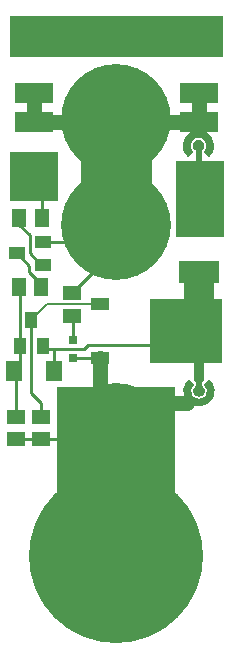
<source format=gbr>
G04 EAGLE Gerber RS-274X export*
G75*
%MOMM*%
%FSLAX34Y34*%
%LPD*%
%INTop Copper*%
%IPPOS*%
%AMOC8*
5,1,8,0,0,1.08239X$1,22.5*%
G01*
%ADD10R,6.200000X5.400000*%
%ADD11R,1.600000X1.000000*%
%ADD12R,1.000000X1.400000*%
%ADD13R,1.400000X1.000000*%
%ADD14R,3.400000X1.900000*%
%ADD15R,3.200000X1.800000*%
%ADD16R,1.300000X1.500000*%
%ADD17R,1.500000X1.300000*%
%ADD18R,0.800000X0.800000*%
%ADD19R,0.508000X1.016000*%
%ADD20R,0.812800X0.406400*%
%ADD21R,1.400000X1.800000*%
%ADD22C,9.300000*%
%ADD23C,14.750000*%
%ADD24C,1.270000*%
%ADD25C,0.406400*%
%ADD26C,0.654800*%
%ADD27C,0.508000*%
%ADD28C,0.254000*%
%ADD29C,0.812800*%
%ADD30C,2.540000*%
%ADD31C,0.203200*%
%ADD32C,1.016000*%

G36*
X130004Y79999D02*
X130004Y79999D01*
X130004Y80000D01*
X130004Y109996D01*
X150000Y109996D01*
X150004Y109999D01*
X150004Y110000D01*
X150004Y223000D01*
X150001Y223004D01*
X150000Y223004D01*
X50000Y223004D01*
X49996Y223001D01*
X49996Y223000D01*
X49996Y110000D01*
X49999Y109996D01*
X50000Y109996D01*
X69996Y109996D01*
X69996Y80000D01*
X69999Y79996D01*
X70000Y79996D01*
X130000Y79996D01*
X130004Y79999D01*
G37*
G36*
X130004Y349999D02*
X130004Y349999D01*
X130004Y350000D01*
X130004Y460000D01*
X130001Y460004D01*
X130000Y460004D01*
X70000Y460004D01*
X69996Y460001D01*
X69996Y460000D01*
X69996Y350000D01*
X69999Y349996D01*
X70000Y349996D01*
X130000Y349996D01*
X130004Y349999D01*
G37*
G36*
X190050Y502927D02*
X190050Y502927D01*
X190101Y502929D01*
X190133Y502947D01*
X190169Y502955D01*
X190208Y502988D01*
X190253Y503012D01*
X190274Y503042D01*
X190302Y503065D01*
X190323Y503112D01*
X190353Y503154D01*
X190361Y503196D01*
X190373Y503224D01*
X190372Y503254D01*
X190380Y503296D01*
X190380Y537079D01*
X190369Y537129D01*
X190367Y537180D01*
X190349Y537212D01*
X190341Y537248D01*
X190308Y537287D01*
X190284Y537332D01*
X190254Y537353D01*
X190231Y537381D01*
X190184Y537402D01*
X190142Y537432D01*
X190100Y537440D01*
X190072Y537452D01*
X190042Y537451D01*
X190000Y537459D01*
X10000Y537459D01*
X9950Y537448D01*
X9899Y537446D01*
X9867Y537428D01*
X9831Y537420D01*
X9792Y537387D01*
X9747Y537363D01*
X9726Y537333D01*
X9698Y537310D01*
X9677Y537263D01*
X9647Y537221D01*
X9639Y537179D01*
X9627Y537151D01*
X9628Y537121D01*
X9620Y537079D01*
X9620Y503296D01*
X9631Y503246D01*
X9633Y503195D01*
X9651Y503163D01*
X9659Y503127D01*
X9692Y503088D01*
X9716Y503043D01*
X9746Y503022D01*
X9769Y502994D01*
X9816Y502973D01*
X9858Y502943D01*
X9900Y502935D01*
X9928Y502923D01*
X9958Y502924D01*
X10000Y502916D01*
X190000Y502916D01*
X190050Y502927D01*
G37*
G36*
X190550Y350151D02*
X190550Y350151D01*
X190601Y350153D01*
X190633Y350171D01*
X190669Y350179D01*
X190708Y350212D01*
X190753Y350236D01*
X190774Y350266D01*
X190802Y350289D01*
X190823Y350336D01*
X190853Y350378D01*
X190861Y350420D01*
X190873Y350448D01*
X190872Y350478D01*
X190880Y350520D01*
X190880Y414528D01*
X190869Y414578D01*
X190867Y414629D01*
X190849Y414661D01*
X190841Y414697D01*
X190808Y414736D01*
X190784Y414781D01*
X190754Y414802D01*
X190731Y414830D01*
X190684Y414851D01*
X190642Y414881D01*
X190600Y414889D01*
X190572Y414901D01*
X190542Y414900D01*
X190500Y414908D01*
X150876Y414908D01*
X150826Y414897D01*
X150775Y414895D01*
X150743Y414877D01*
X150707Y414869D01*
X150668Y414836D01*
X150623Y414812D01*
X150602Y414782D01*
X150574Y414759D01*
X150553Y414712D01*
X150523Y414670D01*
X150515Y414628D01*
X150503Y414600D01*
X150504Y414570D01*
X150496Y414528D01*
X150496Y350520D01*
X150507Y350470D01*
X150509Y350419D01*
X150527Y350387D01*
X150535Y350351D01*
X150568Y350312D01*
X150592Y350267D01*
X150622Y350246D01*
X150645Y350218D01*
X150692Y350197D01*
X150734Y350167D01*
X150776Y350159D01*
X150804Y350147D01*
X150834Y350148D01*
X150876Y350140D01*
X190500Y350140D01*
X190550Y350151D01*
G37*
G36*
X50342Y380631D02*
X50342Y380631D01*
X50393Y380633D01*
X50425Y380651D01*
X50461Y380659D01*
X50500Y380692D01*
X50545Y380716D01*
X50566Y380746D01*
X50594Y380769D01*
X50615Y380816D01*
X50645Y380858D01*
X50653Y380900D01*
X50665Y380928D01*
X50664Y380958D01*
X50672Y381000D01*
X50672Y422148D01*
X50661Y422198D01*
X50659Y422249D01*
X50641Y422281D01*
X50633Y422317D01*
X50600Y422356D01*
X50576Y422401D01*
X50546Y422422D01*
X50523Y422450D01*
X50476Y422471D01*
X50434Y422501D01*
X50392Y422509D01*
X50364Y422521D01*
X50334Y422520D01*
X50292Y422528D01*
X10668Y422528D01*
X10618Y422517D01*
X10567Y422515D01*
X10535Y422497D01*
X10499Y422489D01*
X10460Y422456D01*
X10415Y422432D01*
X10394Y422402D01*
X10366Y422379D01*
X10345Y422332D01*
X10315Y422290D01*
X10307Y422248D01*
X10295Y422220D01*
X10296Y422190D01*
X10288Y422148D01*
X10288Y381000D01*
X10299Y380950D01*
X10301Y380899D01*
X10319Y380867D01*
X10327Y380831D01*
X10360Y380792D01*
X10384Y380747D01*
X10414Y380726D01*
X10437Y380698D01*
X10484Y380677D01*
X10526Y380647D01*
X10568Y380639D01*
X10596Y380627D01*
X10626Y380628D01*
X10668Y380620D01*
X50292Y380620D01*
X50342Y380631D01*
G37*
G36*
X178536Y418211D02*
X178536Y418211D01*
X178631Y418216D01*
X178648Y418223D01*
X178666Y418225D01*
X178750Y418266D01*
X178837Y418303D01*
X178853Y418317D01*
X178867Y418324D01*
X178902Y418361D01*
X178977Y418428D01*
X180434Y420176D01*
X180457Y420216D01*
X180499Y420271D01*
X181617Y422253D01*
X181632Y422296D01*
X181664Y422357D01*
X182407Y424508D01*
X182414Y424554D01*
X182434Y424620D01*
X182698Y426351D01*
X182776Y426869D01*
X182775Y426915D01*
X182783Y426984D01*
X182715Y429259D01*
X182705Y429304D01*
X182701Y429373D01*
X182223Y431597D01*
X182206Y431640D01*
X182189Y431707D01*
X181318Y433809D01*
X181294Y433848D01*
X181265Y433911D01*
X180029Y435822D01*
X179998Y435856D01*
X179959Y435912D01*
X178399Y437569D01*
X178362Y437596D01*
X178313Y437645D01*
X176480Y438994D01*
X176439Y439014D01*
X176382Y439053D01*
X174336Y440050D01*
X174292Y440062D01*
X174229Y440090D01*
X172037Y440701D01*
X171991Y440706D01*
X171924Y440722D01*
X169657Y440928D01*
X169612Y440924D01*
X169543Y440928D01*
X167276Y440722D01*
X167232Y440710D01*
X167163Y440701D01*
X164971Y440090D01*
X164930Y440070D01*
X164864Y440050D01*
X162818Y439053D01*
X162781Y439026D01*
X162720Y438994D01*
X160887Y437645D01*
X160856Y437612D01*
X160801Y437569D01*
X159241Y435912D01*
X159217Y435874D01*
X159171Y435822D01*
X157935Y433911D01*
X157917Y433869D01*
X157882Y433809D01*
X157011Y431707D01*
X157001Y431662D01*
X156977Y431597D01*
X156499Y429373D01*
X156498Y429327D01*
X156485Y429259D01*
X156417Y426984D01*
X156423Y426939D01*
X156424Y426869D01*
X156766Y424620D01*
X156781Y424576D01*
X156793Y424508D01*
X157536Y422357D01*
X157558Y422317D01*
X157583Y422253D01*
X158701Y420271D01*
X158730Y420235D01*
X158766Y420176D01*
X160223Y418428D01*
X160295Y418367D01*
X160363Y418303D01*
X160380Y418296D01*
X160395Y418284D01*
X160483Y418252D01*
X160570Y418215D01*
X160589Y418215D01*
X160606Y418208D01*
X160700Y418210D01*
X160794Y418205D01*
X160812Y418211D01*
X160830Y418211D01*
X160918Y418245D01*
X161008Y418274D01*
X161024Y418286D01*
X161040Y418292D01*
X161077Y418325D01*
X161158Y418386D01*
X164968Y422196D01*
X164987Y422222D01*
X165011Y422243D01*
X165041Y422296D01*
X165071Y422333D01*
X165077Y422352D01*
X165097Y422380D01*
X165105Y422411D01*
X165120Y422439D01*
X165131Y422512D01*
X165143Y422546D01*
X165142Y422558D01*
X165153Y422597D01*
X165149Y422629D01*
X165154Y422661D01*
X165138Y422740D01*
X165137Y422748D01*
X165136Y422770D01*
X165134Y422776D01*
X165129Y422820D01*
X165115Y422849D01*
X165109Y422880D01*
X165053Y422975D01*
X165052Y422978D01*
X165051Y422979D01*
X165030Y423021D01*
X165021Y423029D01*
X165014Y423042D01*
X164093Y424185D01*
X163466Y425436D01*
X163120Y426792D01*
X163070Y428191D01*
X163319Y429568D01*
X163854Y430861D01*
X164653Y432011D01*
X165677Y432965D01*
X166881Y433679D01*
X168208Y434121D01*
X169600Y434270D01*
X170992Y434121D01*
X172319Y433679D01*
X173523Y432965D01*
X174547Y432011D01*
X175346Y430861D01*
X175881Y429568D01*
X176130Y428191D01*
X176080Y426792D01*
X175734Y425436D01*
X175107Y424185D01*
X174186Y423042D01*
X174171Y423014D01*
X174149Y422991D01*
X174131Y422948D01*
X174129Y422946D01*
X174126Y422937D01*
X174117Y422916D01*
X174078Y422845D01*
X174074Y422813D01*
X174061Y422784D01*
X174059Y422740D01*
X174057Y422733D01*
X174058Y422708D01*
X174058Y422703D01*
X174046Y422623D01*
X174053Y422592D01*
X174051Y422560D01*
X174063Y422522D01*
X174064Y422509D01*
X174078Y422474D01*
X174093Y422404D01*
X174110Y422377D01*
X174120Y422346D01*
X174142Y422317D01*
X174148Y422301D01*
X174176Y422271D01*
X174188Y422254D01*
X174213Y422214D01*
X174223Y422207D01*
X174232Y422196D01*
X178042Y418386D01*
X178119Y418332D01*
X178193Y418274D01*
X178211Y418268D01*
X178226Y418257D01*
X178317Y418234D01*
X178407Y418205D01*
X178425Y418206D01*
X178443Y418202D01*
X178536Y418211D01*
G37*
G36*
X172324Y207002D02*
X172324Y207002D01*
X172368Y207014D01*
X172437Y207023D01*
X174629Y207634D01*
X174670Y207654D01*
X174736Y207674D01*
X176782Y208671D01*
X176819Y208698D01*
X176880Y208730D01*
X178713Y210079D01*
X178739Y210106D01*
X178760Y210118D01*
X178773Y210134D01*
X178799Y210155D01*
X180359Y211812D01*
X180384Y211850D01*
X180429Y211902D01*
X181665Y213813D01*
X181683Y213855D01*
X181718Y213915D01*
X182589Y216017D01*
X182599Y216062D01*
X182623Y216127D01*
X183101Y218351D01*
X183102Y218397D01*
X183115Y218465D01*
X183183Y220740D01*
X183177Y220785D01*
X183176Y220855D01*
X182834Y223104D01*
X182819Y223148D01*
X182807Y223216D01*
X182064Y225367D01*
X182042Y225407D01*
X182017Y225471D01*
X180899Y227453D01*
X180870Y227489D01*
X180834Y227548D01*
X179377Y229296D01*
X179305Y229357D01*
X179237Y229421D01*
X179220Y229428D01*
X179205Y229440D01*
X179117Y229472D01*
X179030Y229509D01*
X179011Y229509D01*
X178994Y229516D01*
X178900Y229514D01*
X178806Y229519D01*
X178788Y229513D01*
X178770Y229513D01*
X178682Y229479D01*
X178592Y229450D01*
X178576Y229438D01*
X178560Y229432D01*
X178523Y229399D01*
X178442Y229338D01*
X174632Y225528D01*
X174613Y225502D01*
X174589Y225481D01*
X174550Y225411D01*
X174503Y225344D01*
X174495Y225313D01*
X174480Y225285D01*
X174468Y225205D01*
X174448Y225127D01*
X174451Y225095D01*
X174446Y225063D01*
X174462Y224984D01*
X174471Y224904D01*
X174485Y224875D01*
X174491Y224844D01*
X174549Y224745D01*
X174570Y224703D01*
X174579Y224695D01*
X174586Y224682D01*
X175507Y223539D01*
X176134Y222288D01*
X176480Y220932D01*
X176530Y219533D01*
X176281Y218156D01*
X175746Y216863D01*
X174947Y215713D01*
X173923Y214759D01*
X172719Y214045D01*
X171392Y213603D01*
X170000Y213454D01*
X168608Y213603D01*
X167281Y214045D01*
X166077Y214759D01*
X165053Y215713D01*
X164254Y216863D01*
X163719Y218156D01*
X163470Y219533D01*
X163520Y220932D01*
X163866Y222288D01*
X164493Y223539D01*
X165414Y224682D01*
X165429Y224710D01*
X165451Y224733D01*
X165483Y224808D01*
X165522Y224879D01*
X165526Y224911D01*
X165539Y224940D01*
X165542Y225021D01*
X165554Y225101D01*
X165547Y225132D01*
X165549Y225164D01*
X165524Y225241D01*
X165507Y225320D01*
X165490Y225347D01*
X165480Y225378D01*
X165412Y225470D01*
X165387Y225510D01*
X165377Y225517D01*
X165368Y225528D01*
X161558Y229338D01*
X161481Y229392D01*
X161407Y229450D01*
X161389Y229456D01*
X161374Y229467D01*
X161283Y229490D01*
X161193Y229519D01*
X161175Y229518D01*
X161157Y229523D01*
X161064Y229513D01*
X160969Y229508D01*
X160952Y229501D01*
X160934Y229499D01*
X160850Y229458D01*
X160763Y229421D01*
X160747Y229407D01*
X160733Y229400D01*
X160698Y229363D01*
X160623Y229296D01*
X159166Y227548D01*
X159143Y227508D01*
X159101Y227453D01*
X157983Y225471D01*
X157968Y225428D01*
X157936Y225367D01*
X157193Y223216D01*
X157186Y223170D01*
X157166Y223104D01*
X156824Y220855D01*
X156824Y220841D01*
X156825Y220808D01*
X156817Y220740D01*
X156885Y218465D01*
X156895Y218420D01*
X156899Y218351D01*
X157377Y216127D01*
X157394Y216084D01*
X157411Y216017D01*
X158282Y213915D01*
X158306Y213876D01*
X158335Y213813D01*
X159571Y211902D01*
X159602Y211868D01*
X159641Y211812D01*
X161201Y210155D01*
X161238Y210128D01*
X161253Y210113D01*
X161269Y210095D01*
X161273Y210093D01*
X161287Y210079D01*
X163120Y208730D01*
X163161Y208710D01*
X163218Y208671D01*
X165264Y207674D01*
X165308Y207662D01*
X165371Y207634D01*
X167563Y207023D01*
X167609Y207018D01*
X167676Y207002D01*
X169943Y206796D01*
X169988Y206800D01*
X170057Y206796D01*
X172324Y207002D01*
G37*
G36*
X172726Y424056D02*
X172726Y424056D01*
X172806Y424062D01*
X172836Y424076D01*
X172869Y424081D01*
X172937Y424122D01*
X173010Y424155D01*
X173037Y424181D01*
X173062Y424196D01*
X173092Y424232D01*
X173146Y424283D01*
X173773Y425079D01*
X173797Y425123D01*
X173851Y425206D01*
X174276Y426126D01*
X174288Y426175D01*
X174322Y426268D01*
X174519Y427262D01*
X174520Y427312D01*
X174531Y427411D01*
X174491Y428423D01*
X174480Y428472D01*
X174468Y428570D01*
X174193Y429546D01*
X174171Y429591D01*
X174136Y429683D01*
X173641Y430568D01*
X173609Y430606D01*
X173553Y430688D01*
X172865Y431432D01*
X172825Y431463D01*
X172761Y431521D01*
X172759Y431523D01*
X172752Y431529D01*
X171909Y432092D01*
X171863Y432112D01*
X171776Y432160D01*
X170826Y432511D01*
X170776Y432519D01*
X170681Y432545D01*
X169675Y432664D01*
X169624Y432661D01*
X169525Y432664D01*
X168519Y432545D01*
X168471Y432531D01*
X168374Y432511D01*
X167424Y432160D01*
X167380Y432134D01*
X167291Y432092D01*
X166448Y431529D01*
X166425Y431507D01*
X166412Y431499D01*
X166400Y431484D01*
X166335Y431432D01*
X165647Y430688D01*
X165620Y430646D01*
X165559Y430568D01*
X165064Y429683D01*
X165048Y429636D01*
X165007Y429546D01*
X164732Y428570D01*
X164727Y428520D01*
X164709Y428423D01*
X164669Y427411D01*
X164676Y427361D01*
X164681Y427262D01*
X164878Y426268D01*
X164897Y426221D01*
X164924Y426126D01*
X165349Y425206D01*
X165378Y425165D01*
X165427Y425079D01*
X166054Y424283D01*
X166113Y424231D01*
X166167Y424172D01*
X166197Y424157D01*
X166222Y424135D01*
X166296Y424106D01*
X166367Y424069D01*
X166404Y424064D01*
X166431Y424053D01*
X166478Y424053D01*
X166552Y424042D01*
X172648Y424042D01*
X172726Y424056D01*
G37*
G36*
X171081Y215179D02*
X171081Y215179D01*
X171129Y215193D01*
X171226Y215214D01*
X172176Y215564D01*
X172220Y215590D01*
X172309Y215632D01*
X173152Y216195D01*
X173188Y216230D01*
X173265Y216292D01*
X173953Y217036D01*
X173980Y217078D01*
X174041Y217156D01*
X174536Y218041D01*
X174552Y218088D01*
X174593Y218178D01*
X174868Y219154D01*
X174873Y219204D01*
X174891Y219301D01*
X174931Y220313D01*
X174924Y220363D01*
X174919Y220462D01*
X174722Y221456D01*
X174703Y221503D01*
X174676Y221598D01*
X174251Y222518D01*
X174222Y222559D01*
X174173Y222645D01*
X173546Y223441D01*
X173487Y223493D01*
X173433Y223552D01*
X173403Y223567D01*
X173378Y223590D01*
X173304Y223618D01*
X173233Y223655D01*
X173196Y223660D01*
X173169Y223671D01*
X173122Y223671D01*
X173048Y223682D01*
X166952Y223682D01*
X166874Y223668D01*
X166795Y223662D01*
X166764Y223649D01*
X166731Y223643D01*
X166663Y223602D01*
X166590Y223569D01*
X166563Y223543D01*
X166538Y223528D01*
X166508Y223492D01*
X166454Y223441D01*
X165827Y222645D01*
X165803Y222601D01*
X165749Y222518D01*
X165324Y221598D01*
X165312Y221549D01*
X165278Y221456D01*
X165081Y220462D01*
X165080Y220412D01*
X165069Y220313D01*
X165109Y219301D01*
X165120Y219252D01*
X165132Y219154D01*
X165407Y218178D01*
X165429Y218133D01*
X165464Y218041D01*
X165959Y217156D01*
X165991Y217118D01*
X166047Y217036D01*
X166735Y216292D01*
X166775Y216261D01*
X166848Y216195D01*
X167691Y215632D01*
X167737Y215612D01*
X167824Y215564D01*
X168774Y215214D01*
X168824Y215205D01*
X168919Y215179D01*
X169925Y215060D01*
X169976Y215063D01*
X170075Y215060D01*
X171081Y215179D01*
G37*
D10*
X158810Y270330D03*
D11*
X85810Y293130D03*
X85810Y247530D03*
D12*
X28040Y279872D03*
X37540Y257872D03*
X18540Y257872D03*
D13*
X16028Y336396D03*
X38028Y345896D03*
X38028Y326896D03*
D14*
X170000Y320500D03*
X170000Y359500D03*
D15*
X170000Y391492D03*
X170000Y447492D03*
X170000Y528000D03*
X170000Y472000D03*
X30000Y528000D03*
X30000Y472000D03*
X30000Y391492D03*
X30000Y447492D03*
D16*
X36672Y366068D03*
X17672Y366068D03*
D17*
X15256Y179228D03*
X15256Y198228D03*
X36300Y179228D03*
X36300Y198228D03*
D18*
X63512Y247944D03*
X63512Y262944D03*
D17*
X62460Y283604D03*
X62460Y302604D03*
D19*
X170000Y222540D03*
D20*
X170000Y209840D03*
D19*
X169600Y425184D03*
D20*
X169600Y437884D03*
D16*
X17412Y307612D03*
X36412Y307612D03*
D21*
X47144Y236860D03*
X13144Y236860D03*
D22*
X100000Y360000D03*
X100000Y180000D03*
D23*
X100000Y80000D03*
D22*
X100000Y450000D03*
D24*
X30000Y528000D02*
X170000Y528000D01*
D25*
X170000Y391492D02*
X170000Y359500D01*
D26*
X155448Y408432D03*
X163068Y408432D03*
X170688Y408432D03*
X178308Y408432D03*
X185928Y408432D03*
X88764Y509032D03*
X96384Y509032D03*
X104004Y509032D03*
X111624Y509032D03*
X88764Y516652D03*
X96384Y516652D03*
X104004Y516652D03*
X111624Y516652D03*
X18288Y408432D03*
X25908Y408432D03*
X33528Y408432D03*
X41148Y408432D03*
X41148Y416052D03*
X33528Y416052D03*
X25908Y416052D03*
X18288Y416052D03*
D27*
X169600Y425184D02*
X169600Y391892D01*
X170000Y391492D01*
D28*
X36672Y390048D02*
X36672Y366068D01*
X35228Y391492D02*
X30000Y391492D01*
X35228Y391492D02*
X36672Y390048D01*
X36324Y326896D02*
X38028Y326896D01*
X36324Y326896D02*
X26924Y336296D01*
X26924Y351536D01*
X17672Y360788D02*
X17672Y366068D01*
X17672Y360788D02*
X26924Y351536D01*
X13144Y239204D02*
X13144Y236860D01*
X18540Y244600D02*
X18540Y257872D01*
X18540Y244600D02*
X13144Y239204D01*
X15256Y234748D02*
X15256Y198228D01*
X15256Y234748D02*
X13144Y236860D01*
X18540Y257872D02*
X18540Y306484D01*
X17412Y307612D01*
D27*
X170000Y230000D02*
X170000Y222540D01*
D29*
X170000Y230000D02*
X170000Y259140D01*
X158810Y270330D01*
D30*
X170000Y281520D01*
X170000Y310000D01*
D25*
X170000Y320500D01*
D28*
X39888Y255524D02*
X37540Y257872D01*
X76260Y259140D02*
X170000Y259140D01*
X47244Y255524D02*
X39888Y255524D01*
X47244Y255524D02*
X72644Y255524D01*
X76260Y259140D01*
X47144Y255424D02*
X47144Y236860D01*
X47144Y255424D02*
X47244Y255524D01*
D31*
X41298Y293130D02*
X85810Y293130D01*
X41298Y293130D02*
X28040Y279872D01*
D28*
X36300Y210080D02*
X36300Y198228D01*
X36300Y210080D02*
X27940Y218440D01*
X27940Y279772D01*
X28040Y279872D01*
X62460Y283604D02*
X63512Y282552D01*
X63512Y262944D01*
X26416Y326008D02*
X16028Y336396D01*
X26416Y326008D02*
X26416Y320548D01*
X33020Y313944D01*
X33528Y313944D01*
X36412Y311060D01*
X36412Y307612D01*
D24*
X170000Y447492D02*
X170000Y472000D01*
X30000Y472000D02*
X30000Y452000D01*
X32254Y449746D02*
X30000Y447492D01*
X100000Y447492D02*
X170000Y447492D01*
X100000Y448000D02*
X34000Y448000D01*
X32254Y449746D01*
X30000Y452000D01*
X100000Y448000D02*
X100000Y447492D01*
X100000Y416560D01*
X100000Y360000D01*
D28*
X85896Y345896D02*
X38028Y345896D01*
X85896Y345896D02*
X100000Y360000D01*
X100000Y340144D02*
X62460Y302604D01*
X100000Y340144D02*
X100000Y360000D01*
X170000Y438284D02*
X170000Y447492D01*
X170000Y438284D02*
X169600Y437884D01*
D32*
X100000Y450000D02*
X100000Y416560D01*
D24*
X85810Y247530D02*
X85810Y194190D01*
D29*
X100000Y180000D01*
X100000Y80000D01*
D24*
X100000Y180000D02*
X130000Y210000D01*
X160000Y210000D01*
D25*
X169840Y210000D01*
X170000Y209840D01*
D28*
X85396Y247944D02*
X63512Y247944D01*
X85396Y247944D02*
X85810Y247530D01*
X36300Y179228D02*
X15256Y179228D01*
X36300Y179228D02*
X99228Y179228D01*
X100000Y180000D01*
M02*

</source>
